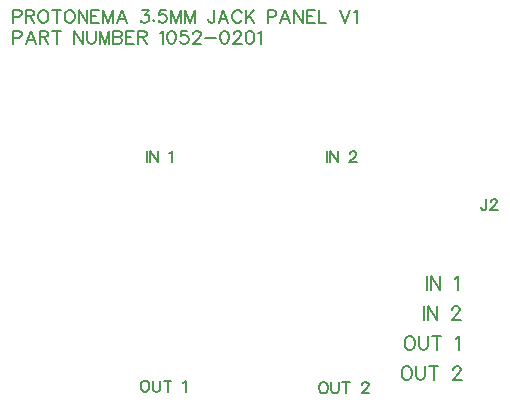
<source format=gto>
G04 Layer: TopSilkscreenLayer*
G04 EasyEDA v6.5.22, 2022-12-26 15:03:30*
G04 57e77a074a544405a74ce7a32b46f912,5a6b42c53f6a479593ecc07194224c93,10*
G04 Gerber Generator version 0.2*
G04 Scale: 100 percent, Rotated: No, Reflected: No *
G04 Dimensions in millimeters *
G04 leading zeros omitted , absolute positions ,4 integer and 5 decimal *
%FSLAX45Y45*%
%MOMM*%

%ADD10C,0.1524*%

%LPD*%
D10*
X762000Y5423915D02*
G01*
X762000Y5314950D01*
X762000Y5423915D02*
G01*
X808736Y5423915D01*
X824229Y5418836D01*
X829563Y5413502D01*
X834644Y5403087D01*
X834644Y5387594D01*
X829563Y5377179D01*
X824229Y5372100D01*
X808736Y5366765D01*
X762000Y5366765D01*
X910589Y5423915D02*
G01*
X868934Y5314950D01*
X910589Y5423915D02*
G01*
X952245Y5314950D01*
X884681Y5351271D02*
G01*
X936497Y5351271D01*
X986536Y5423915D02*
G01*
X986536Y5314950D01*
X986536Y5423915D02*
G01*
X1033271Y5423915D01*
X1048765Y5418836D01*
X1054100Y5413502D01*
X1059179Y5403087D01*
X1059179Y5392673D01*
X1054100Y5382260D01*
X1048765Y5377179D01*
X1033271Y5372100D01*
X986536Y5372100D01*
X1022857Y5372100D02*
G01*
X1059179Y5314950D01*
X1129792Y5423915D02*
G01*
X1129792Y5314950D01*
X1093470Y5423915D02*
G01*
X1166113Y5423915D01*
X1280413Y5423915D02*
G01*
X1280413Y5314950D01*
X1280413Y5423915D02*
G01*
X1353312Y5314950D01*
X1353312Y5423915D02*
G01*
X1353312Y5314950D01*
X1387602Y5423915D02*
G01*
X1387602Y5345937D01*
X1392681Y5330444D01*
X1403095Y5320029D01*
X1418589Y5314950D01*
X1429004Y5314950D01*
X1444752Y5320029D01*
X1455165Y5330444D01*
X1460245Y5345937D01*
X1460245Y5423915D01*
X1494536Y5423915D02*
G01*
X1494536Y5314950D01*
X1494536Y5423915D02*
G01*
X1536192Y5314950D01*
X1577594Y5423915D02*
G01*
X1536192Y5314950D01*
X1577594Y5423915D02*
G01*
X1577594Y5314950D01*
X1611884Y5423915D02*
G01*
X1611884Y5314950D01*
X1611884Y5423915D02*
G01*
X1658620Y5423915D01*
X1674368Y5418836D01*
X1679447Y5413502D01*
X1684781Y5403087D01*
X1684781Y5392673D01*
X1679447Y5382260D01*
X1674368Y5377179D01*
X1658620Y5372100D01*
X1611884Y5372100D02*
G01*
X1658620Y5372100D01*
X1674368Y5366765D01*
X1679447Y5361686D01*
X1684781Y5351271D01*
X1684781Y5335523D01*
X1679447Y5325110D01*
X1674368Y5320029D01*
X1658620Y5314950D01*
X1611884Y5314950D01*
X1719071Y5423915D02*
G01*
X1719071Y5314950D01*
X1719071Y5423915D02*
G01*
X1786636Y5423915D01*
X1719071Y5372100D02*
G01*
X1760473Y5372100D01*
X1719071Y5314950D02*
G01*
X1786636Y5314950D01*
X1820926Y5423915D02*
G01*
X1820926Y5314950D01*
X1820926Y5423915D02*
G01*
X1867662Y5423915D01*
X1883155Y5418836D01*
X1888489Y5413502D01*
X1893570Y5403087D01*
X1893570Y5392673D01*
X1888489Y5382260D01*
X1883155Y5377179D01*
X1867662Y5372100D01*
X1820926Y5372100D01*
X1857247Y5372100D02*
G01*
X1893570Y5314950D01*
X2007870Y5403087D02*
G01*
X2018284Y5408421D01*
X2033777Y5423915D01*
X2033777Y5314950D01*
X2099309Y5423915D02*
G01*
X2083815Y5418836D01*
X2073402Y5403087D01*
X2068068Y5377179D01*
X2068068Y5361686D01*
X2073402Y5335523D01*
X2083815Y5320029D01*
X2099309Y5314950D01*
X2109724Y5314950D01*
X2125218Y5320029D01*
X2135631Y5335523D01*
X2140965Y5361686D01*
X2140965Y5377179D01*
X2135631Y5403087D01*
X2125218Y5418836D01*
X2109724Y5423915D01*
X2099309Y5423915D01*
X2237486Y5423915D02*
G01*
X2185670Y5423915D01*
X2180336Y5377179D01*
X2185670Y5382260D01*
X2201163Y5387594D01*
X2216658Y5387594D01*
X2232406Y5382260D01*
X2242820Y5372100D01*
X2247900Y5356352D01*
X2247900Y5345937D01*
X2242820Y5330444D01*
X2232406Y5320029D01*
X2216658Y5314950D01*
X2201163Y5314950D01*
X2185670Y5320029D01*
X2180336Y5325110D01*
X2175256Y5335523D01*
X2287270Y5398007D02*
G01*
X2287270Y5403087D01*
X2292604Y5413502D01*
X2297684Y5418836D01*
X2308097Y5423915D01*
X2328925Y5423915D01*
X2339340Y5418836D01*
X2344420Y5413502D01*
X2349754Y5403087D01*
X2349754Y5392673D01*
X2344420Y5382260D01*
X2334259Y5366765D01*
X2282190Y5314950D01*
X2354834Y5314950D01*
X2389124Y5361686D02*
G01*
X2482850Y5361686D01*
X2548127Y5423915D02*
G01*
X2532634Y5418836D01*
X2522220Y5403087D01*
X2517140Y5377179D01*
X2517140Y5361686D01*
X2522220Y5335523D01*
X2532634Y5320029D01*
X2548127Y5314950D01*
X2558541Y5314950D01*
X2574290Y5320029D01*
X2584450Y5335523D01*
X2589784Y5361686D01*
X2589784Y5377179D01*
X2584450Y5403087D01*
X2574290Y5418836D01*
X2558541Y5423915D01*
X2548127Y5423915D01*
X2629154Y5398007D02*
G01*
X2629154Y5403087D01*
X2634488Y5413502D01*
X2639568Y5418836D01*
X2649981Y5423915D01*
X2670809Y5423915D01*
X2681224Y5418836D01*
X2686304Y5413502D01*
X2691638Y5403087D01*
X2691638Y5392673D01*
X2686304Y5382260D01*
X2675890Y5366765D01*
X2624074Y5314950D01*
X2696718Y5314950D01*
X2762250Y5423915D02*
G01*
X2746756Y5418836D01*
X2736341Y5403087D01*
X2731008Y5377179D01*
X2731008Y5361686D01*
X2736341Y5335523D01*
X2746756Y5320029D01*
X2762250Y5314950D01*
X2772663Y5314950D01*
X2788158Y5320029D01*
X2798572Y5335523D01*
X2803906Y5361686D01*
X2803906Y5377179D01*
X2798572Y5403087D01*
X2788158Y5418836D01*
X2772663Y5423915D01*
X2762250Y5423915D01*
X2838195Y5403087D02*
G01*
X2848609Y5408421D01*
X2864104Y5423915D01*
X2864104Y5314950D01*
X762000Y5601715D02*
G01*
X762000Y5492750D01*
X762000Y5601715D02*
G01*
X808736Y5601715D01*
X824229Y5596636D01*
X829563Y5591302D01*
X834644Y5580887D01*
X834644Y5565394D01*
X829563Y5554979D01*
X824229Y5549900D01*
X808736Y5544565D01*
X762000Y5544565D01*
X868934Y5601715D02*
G01*
X868934Y5492750D01*
X868934Y5601715D02*
G01*
X915670Y5601715D01*
X931418Y5596636D01*
X936497Y5591302D01*
X941831Y5580887D01*
X941831Y5570473D01*
X936497Y5560060D01*
X931418Y5554979D01*
X915670Y5549900D01*
X868934Y5549900D01*
X905510Y5549900D02*
G01*
X941831Y5492750D01*
X1007110Y5601715D02*
G01*
X996950Y5596636D01*
X986536Y5586221D01*
X981202Y5575807D01*
X976121Y5560060D01*
X976121Y5534152D01*
X981202Y5518657D01*
X986536Y5508244D01*
X996950Y5497829D01*
X1007110Y5492750D01*
X1027937Y5492750D01*
X1038352Y5497829D01*
X1048765Y5508244D01*
X1054100Y5518657D01*
X1059179Y5534152D01*
X1059179Y5560060D01*
X1054100Y5575807D01*
X1048765Y5586221D01*
X1038352Y5596636D01*
X1027937Y5601715D01*
X1007110Y5601715D01*
X1129792Y5601715D02*
G01*
X1129792Y5492750D01*
X1093470Y5601715D02*
G01*
X1166113Y5601715D01*
X1231645Y5601715D02*
G01*
X1221231Y5596636D01*
X1210818Y5586221D01*
X1205737Y5575807D01*
X1200404Y5560060D01*
X1200404Y5534152D01*
X1205737Y5518657D01*
X1210818Y5508244D01*
X1221231Y5497829D01*
X1231645Y5492750D01*
X1252473Y5492750D01*
X1262887Y5497829D01*
X1273302Y5508244D01*
X1278381Y5518657D01*
X1283715Y5534152D01*
X1283715Y5560060D01*
X1278381Y5575807D01*
X1273302Y5586221D01*
X1262887Y5596636D01*
X1252473Y5601715D01*
X1231645Y5601715D01*
X1318005Y5601715D02*
G01*
X1318005Y5492750D01*
X1318005Y5601715D02*
G01*
X1390650Y5492750D01*
X1390650Y5601715D02*
G01*
X1390650Y5492750D01*
X1424939Y5601715D02*
G01*
X1424939Y5492750D01*
X1424939Y5601715D02*
G01*
X1492504Y5601715D01*
X1424939Y5549900D02*
G01*
X1466595Y5549900D01*
X1424939Y5492750D02*
G01*
X1492504Y5492750D01*
X1526794Y5601715D02*
G01*
X1526794Y5492750D01*
X1526794Y5601715D02*
G01*
X1568450Y5492750D01*
X1609852Y5601715D02*
G01*
X1568450Y5492750D01*
X1609852Y5601715D02*
G01*
X1609852Y5492750D01*
X1685797Y5601715D02*
G01*
X1644142Y5492750D01*
X1685797Y5601715D02*
G01*
X1727200Y5492750D01*
X1659889Y5529071D02*
G01*
X1711705Y5529071D01*
X1851913Y5601715D02*
G01*
X1909063Y5601715D01*
X1878076Y5560060D01*
X1893570Y5560060D01*
X1903984Y5554979D01*
X1909063Y5549900D01*
X1914397Y5534152D01*
X1914397Y5523737D01*
X1909063Y5508244D01*
X1898650Y5497829D01*
X1883155Y5492750D01*
X1867662Y5492750D01*
X1851913Y5497829D01*
X1846834Y5502910D01*
X1841500Y5513323D01*
X1953768Y5518657D02*
G01*
X1948688Y5513323D01*
X1953768Y5508244D01*
X1959102Y5513323D01*
X1953768Y5518657D01*
X2055622Y5601715D02*
G01*
X2003806Y5601715D01*
X1998472Y5554979D01*
X2003806Y5560060D01*
X2019300Y5565394D01*
X2034793Y5565394D01*
X2050541Y5560060D01*
X2060956Y5549900D01*
X2066036Y5534152D01*
X2066036Y5523737D01*
X2060956Y5508244D01*
X2050541Y5497829D01*
X2034793Y5492750D01*
X2019300Y5492750D01*
X2003806Y5497829D01*
X1998472Y5502910D01*
X1993391Y5513323D01*
X2100325Y5601715D02*
G01*
X2100325Y5492750D01*
X2100325Y5601715D02*
G01*
X2141981Y5492750D01*
X2183384Y5601715D02*
G01*
X2141981Y5492750D01*
X2183384Y5601715D02*
G01*
X2183384Y5492750D01*
X2217674Y5601715D02*
G01*
X2217674Y5492750D01*
X2217674Y5601715D02*
G01*
X2259329Y5492750D01*
X2300986Y5601715D02*
G01*
X2259329Y5492750D01*
X2300986Y5601715D02*
G01*
X2300986Y5492750D01*
X2467102Y5601715D02*
G01*
X2467102Y5518657D01*
X2462022Y5502910D01*
X2456688Y5497829D01*
X2446274Y5492750D01*
X2435859Y5492750D01*
X2425700Y5497829D01*
X2420365Y5502910D01*
X2415286Y5518657D01*
X2415286Y5529071D01*
X2543047Y5601715D02*
G01*
X2501391Y5492750D01*
X2543047Y5601715D02*
G01*
X2584450Y5492750D01*
X2517140Y5529071D02*
G01*
X2568956Y5529071D01*
X2696718Y5575807D02*
G01*
X2691638Y5586221D01*
X2681224Y5596636D01*
X2670809Y5601715D01*
X2649981Y5601715D01*
X2639568Y5596636D01*
X2629154Y5586221D01*
X2624074Y5575807D01*
X2618740Y5560060D01*
X2618740Y5534152D01*
X2624074Y5518657D01*
X2629154Y5508244D01*
X2639568Y5497829D01*
X2649981Y5492750D01*
X2670809Y5492750D01*
X2681224Y5497829D01*
X2691638Y5508244D01*
X2696718Y5518657D01*
X2731008Y5601715D02*
G01*
X2731008Y5492750D01*
X2803906Y5601715D02*
G01*
X2731008Y5529071D01*
X2757170Y5554979D02*
G01*
X2803906Y5492750D01*
X2918206Y5601715D02*
G01*
X2918206Y5492750D01*
X2918206Y5601715D02*
G01*
X2964941Y5601715D01*
X2980436Y5596636D01*
X2985770Y5591302D01*
X2990850Y5580887D01*
X2990850Y5565394D01*
X2985770Y5554979D01*
X2980436Y5549900D01*
X2964941Y5544565D01*
X2918206Y5544565D01*
X3066795Y5601715D02*
G01*
X3025140Y5492750D01*
X3066795Y5601715D02*
G01*
X3108197Y5492750D01*
X3040634Y5529071D02*
G01*
X3092704Y5529071D01*
X3142488Y5601715D02*
G01*
X3142488Y5492750D01*
X3142488Y5601715D02*
G01*
X3215386Y5492750D01*
X3215386Y5601715D02*
G01*
X3215386Y5492750D01*
X3249675Y5601715D02*
G01*
X3249675Y5492750D01*
X3249675Y5601715D02*
G01*
X3317240Y5601715D01*
X3249675Y5549900D02*
G01*
X3291077Y5549900D01*
X3249675Y5492750D02*
G01*
X3317240Y5492750D01*
X3351529Y5601715D02*
G01*
X3351529Y5492750D01*
X3351529Y5492750D02*
G01*
X3413759Y5492750D01*
X3528059Y5601715D02*
G01*
X3569715Y5492750D01*
X3611118Y5601715D02*
G01*
X3569715Y5492750D01*
X3645408Y5580887D02*
G01*
X3655822Y5586221D01*
X3671570Y5601715D01*
X3671570Y5492750D01*
X4109458Y2838952D02*
G01*
X4098536Y2833364D01*
X4087614Y2822442D01*
X4082026Y2811520D01*
X4076692Y2795264D01*
X4076692Y2768086D01*
X4082026Y2751576D01*
X4087614Y2740654D01*
X4098536Y2729732D01*
X4109458Y2724398D01*
X4131302Y2724398D01*
X4142224Y2729732D01*
X4153146Y2740654D01*
X4158480Y2751576D01*
X4164068Y2768086D01*
X4164068Y2795264D01*
X4158480Y2811520D01*
X4153146Y2822442D01*
X4142224Y2833364D01*
X4131302Y2838952D01*
X4109458Y2838952D01*
X4199882Y2838952D02*
G01*
X4199882Y2757164D01*
X4205470Y2740654D01*
X4216392Y2729732D01*
X4232648Y2724398D01*
X4243570Y2724398D01*
X4260080Y2729732D01*
X4270748Y2740654D01*
X4276336Y2757164D01*
X4276336Y2838952D01*
X4350504Y2838952D02*
G01*
X4350504Y2724398D01*
X4312404Y2838952D02*
G01*
X4388604Y2838952D01*
X4508746Y2817108D02*
G01*
X4519668Y2822442D01*
X4535924Y2838952D01*
X4535924Y2724398D01*
X4241792Y3092952D02*
G01*
X4241792Y2978398D01*
X4277860Y3092952D02*
G01*
X4277860Y2978398D01*
X4277860Y3092952D02*
G01*
X4354060Y2978398D01*
X4354060Y3092952D02*
G01*
X4354060Y2978398D01*
X4479536Y3065520D02*
G01*
X4479536Y3071108D01*
X4485124Y3082030D01*
X4490458Y3087364D01*
X4501380Y3092952D01*
X4523224Y3092952D01*
X4534146Y3087364D01*
X4539734Y3082030D01*
X4545068Y3071108D01*
X4545068Y3060186D01*
X4539734Y3049264D01*
X4528812Y3033008D01*
X4474202Y2978398D01*
X4550402Y2978398D01*
X4084058Y2584952D02*
G01*
X4073136Y2579364D01*
X4062214Y2568442D01*
X4056626Y2557520D01*
X4051292Y2541264D01*
X4051292Y2514086D01*
X4056626Y2497576D01*
X4062214Y2486654D01*
X4073136Y2475732D01*
X4084058Y2470398D01*
X4105902Y2470398D01*
X4116824Y2475732D01*
X4127746Y2486654D01*
X4133080Y2497576D01*
X4138668Y2514086D01*
X4138668Y2541264D01*
X4133080Y2557520D01*
X4127746Y2568442D01*
X4116824Y2579364D01*
X4105902Y2584952D01*
X4084058Y2584952D01*
X4174482Y2584952D02*
G01*
X4174482Y2503164D01*
X4180070Y2486654D01*
X4190992Y2475732D01*
X4207248Y2470398D01*
X4218170Y2470398D01*
X4234680Y2475732D01*
X4245348Y2486654D01*
X4250936Y2503164D01*
X4250936Y2584952D01*
X4325104Y2584952D02*
G01*
X4325104Y2470398D01*
X4287004Y2584952D02*
G01*
X4363204Y2584952D01*
X4488680Y2557520D02*
G01*
X4488680Y2563108D01*
X4494268Y2574030D01*
X4499602Y2579364D01*
X4510524Y2584952D01*
X4532368Y2584952D01*
X4543290Y2579364D01*
X4548624Y2574030D01*
X4554212Y2563108D01*
X4554212Y2552186D01*
X4548624Y2541264D01*
X4537956Y2525008D01*
X4483346Y2470398D01*
X4559546Y2470398D01*
X4267192Y3346950D02*
G01*
X4267192Y3232396D01*
X4303260Y3346950D02*
G01*
X4303260Y3232396D01*
X4303260Y3346950D02*
G01*
X4379460Y3232396D01*
X4379460Y3346950D02*
G01*
X4379460Y3232396D01*
X4499602Y3325106D02*
G01*
X4510524Y3330440D01*
X4526780Y3346950D01*
X4526780Y3232396D01*
X4769855Y3999755D02*
G01*
X4769855Y3927111D01*
X4765283Y3913395D01*
X4760711Y3908823D01*
X4751567Y3904251D01*
X4742677Y3904251D01*
X4733533Y3908823D01*
X4728961Y3913395D01*
X4724389Y3927111D01*
X4724389Y3936255D01*
X4804399Y3977149D02*
G01*
X4804399Y3981721D01*
X4808971Y3990611D01*
X4813543Y3995183D01*
X4822687Y3999755D01*
X4840721Y3999755D01*
X4849865Y3995183D01*
X4854437Y3990611D01*
X4859009Y3981721D01*
X4859009Y3972577D01*
X4854437Y3963433D01*
X4845293Y3949717D01*
X4799827Y3904251D01*
X4863581Y3904251D01*
X1892294Y4406122D02*
G01*
X1892294Y4310618D01*
X1922266Y4406122D02*
G01*
X1922266Y4310618D01*
X1922266Y4406122D02*
G01*
X1986020Y4310618D01*
X1986020Y4406122D02*
G01*
X1986020Y4310618D01*
X2085842Y4388088D02*
G01*
X2094986Y4392660D01*
X2108702Y4406122D01*
X2108702Y4310618D01*
X3416277Y4406112D02*
G01*
X3416277Y4310608D01*
X3446249Y4406112D02*
G01*
X3446249Y4310608D01*
X3446249Y4406112D02*
G01*
X3510003Y4310608D01*
X3510003Y4406112D02*
G01*
X3510003Y4310608D01*
X3614397Y4383506D02*
G01*
X3614397Y4388078D01*
X3618969Y4396968D01*
X3623541Y4401540D01*
X3632685Y4406112D01*
X3650719Y4406112D01*
X3659863Y4401540D01*
X3664435Y4396968D01*
X3669007Y4388078D01*
X3669007Y4378934D01*
X3664435Y4369790D01*
X3655291Y4356074D01*
X3609825Y4310608D01*
X3673579Y4310608D01*
X1868675Y2463159D02*
G01*
X1859785Y2458587D01*
X1850641Y2449443D01*
X1846069Y2440299D01*
X1841497Y2426837D01*
X1841497Y2403977D01*
X1846069Y2390261D01*
X1850641Y2381371D01*
X1859785Y2372227D01*
X1868675Y2367655D01*
X1886963Y2367655D01*
X1896107Y2372227D01*
X1905251Y2381371D01*
X1909569Y2390261D01*
X1914141Y2403977D01*
X1914141Y2426837D01*
X1909569Y2440299D01*
X1905251Y2449443D01*
X1896107Y2458587D01*
X1886963Y2463159D01*
X1868675Y2463159D01*
X1944113Y2463159D02*
G01*
X1944113Y2394833D01*
X1948685Y2381371D01*
X1957829Y2372227D01*
X1971545Y2367655D01*
X1980689Y2367655D01*
X1994151Y2372227D01*
X2003295Y2381371D01*
X2007867Y2394833D01*
X2007867Y2463159D01*
X2069589Y2463159D02*
G01*
X2069589Y2367655D01*
X2037839Y2463159D02*
G01*
X2101593Y2463159D01*
X2201415Y2444871D02*
G01*
X2210559Y2449443D01*
X2224275Y2463159D01*
X2224275Y2367655D01*
X3379970Y2450332D02*
G01*
X3371080Y2445760D01*
X3361936Y2436870D01*
X3357364Y2427726D01*
X3352792Y2414010D01*
X3352792Y2391404D01*
X3357364Y2377688D01*
X3361936Y2368544D01*
X3371080Y2359400D01*
X3379970Y2354828D01*
X3398258Y2354828D01*
X3407402Y2359400D01*
X3416546Y2368544D01*
X3420864Y2377688D01*
X3425436Y2391404D01*
X3425436Y2414010D01*
X3420864Y2427726D01*
X3416546Y2436870D01*
X3407402Y2445760D01*
X3398258Y2450332D01*
X3379970Y2450332D01*
X3455408Y2450332D02*
G01*
X3455408Y2382260D01*
X3459980Y2368544D01*
X3469124Y2359400D01*
X3482840Y2354828D01*
X3491984Y2354828D01*
X3505446Y2359400D01*
X3514590Y2368544D01*
X3519162Y2382260D01*
X3519162Y2450332D01*
X3580884Y2450332D02*
G01*
X3580884Y2354828D01*
X3549134Y2450332D02*
G01*
X3612888Y2450332D01*
X3717282Y2427726D02*
G01*
X3717282Y2432298D01*
X3721854Y2441188D01*
X3726426Y2445760D01*
X3735570Y2450332D01*
X3753604Y2450332D01*
X3762748Y2445760D01*
X3767320Y2441188D01*
X3771892Y2432298D01*
X3771892Y2423154D01*
X3767320Y2414010D01*
X3758176Y2400294D01*
X3712710Y2354828D01*
X3776464Y2354828D01*
M02*

</source>
